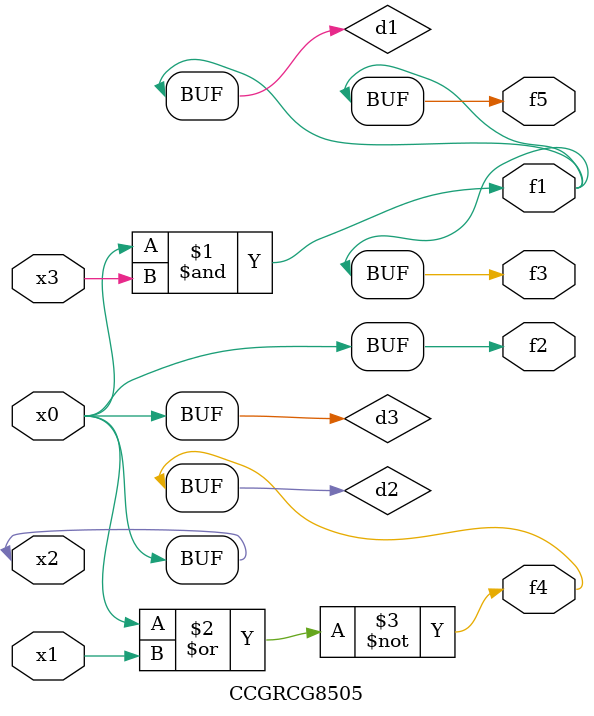
<source format=v>
module CCGRCG8505(
	input x0, x1, x2, x3,
	output f1, f2, f3, f4, f5
);

	wire d1, d2, d3;

	and (d1, x2, x3);
	nor (d2, x0, x1);
	buf (d3, x0, x2);
	assign f1 = d1;
	assign f2 = d3;
	assign f3 = d1;
	assign f4 = d2;
	assign f5 = d1;
endmodule

</source>
